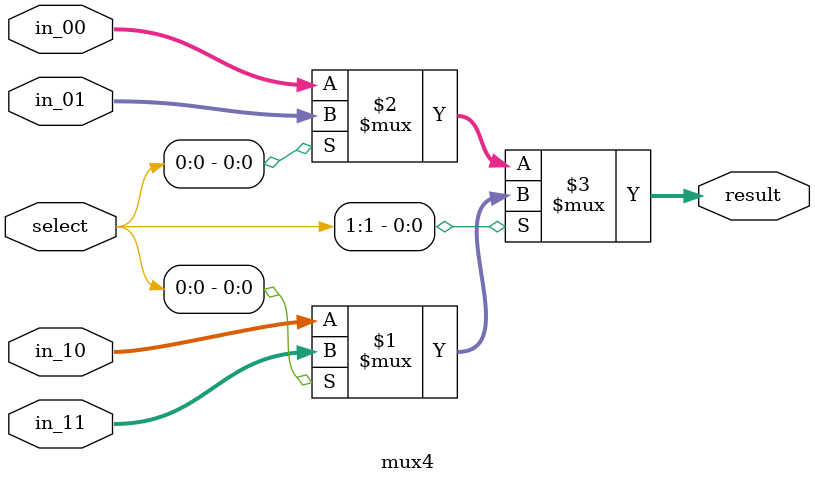
<source format=v>
module mux4
#(parameter N = 4)
(in_00, in_01, in_10, in_11, select, result);
  input [N-1:0] in_00, in_01, in_10, in_11;
  input [1:0] select;
  output [N-1:0] result;

  assign result =
  (select[1])?
    ((select[0])? in_11:in_10):
    ((select[0])? in_01:in_00);

endmodule
</source>
